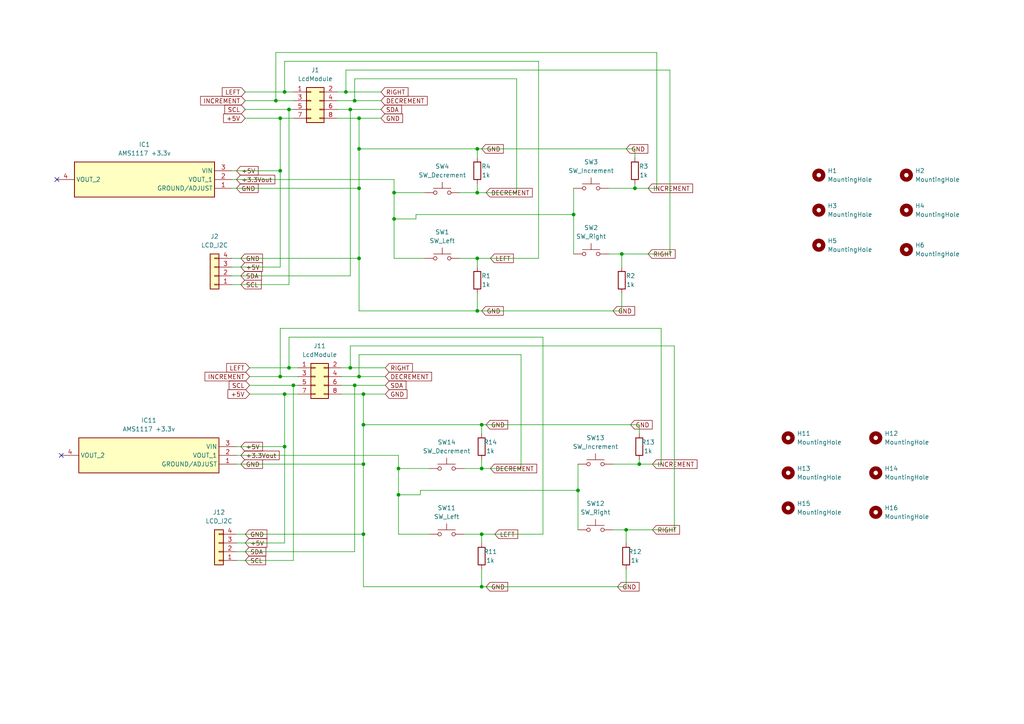
<source format=kicad_sch>
(kicad_sch (version 20231120) (generator "eeschema") (generator_version "8.0")
  (paper "A4")
  (lib_symbols
    (symbol "AMS1117-3_3v:ams1117-3.3v"
      (property "Reference" "IC" (at 46.99 7.62 0))
      (property "Value" "ams1117-3.3v" (at 46.99 5.08 0))
      (symbol "ams1117-3.3v_1_1"
        (rectangle (start 5.08 2.54) (end 45.72 -7.62) (stroke (width 0.254)) (fill (type background)))
        (pin passive line (at 0 0 0) (length 5.08) (name "GROUND/ADJUST") (number "1"))
        (pin passive line (at 0 -2.54 0) (length 5.08) (name "VOUT_1") (number "2"))
        (pin passive line (at 0 -5.08 0) (length 5.08) (name "VIN") (number "3"))
        (pin passive line (at 50.8 -2.54 180) (length 5.08) (name "VOUT_2") (number "4"))
      )
    )
    (symbol "Connector_Generic:Conn_01x04" (pin_names (offset 1.016) hide)
      (property "Reference" "J" (at 0 5.08 0))
      (property "Value" "Conn_01x04" (at 0 -7.62 0))
      (symbol "Conn_01x04_1_1"
        (rectangle (start -1.27 -4.953) (end 0 -5.207) (stroke (width 0.1524)))
        (rectangle (start -1.27 -2.413) (end 0 -2.667) (stroke (width 0.1524)))
        (rectangle (start -1.27 0.127) (end 0 -0.127) (stroke (width 0.1524)))
        (rectangle (start -1.27 2.667) (end 0 2.413) (stroke (width 0.1524)))
        (rectangle (start -1.27 3.81) (end 1.27 -6.35) (stroke (width 0.254)) (fill (type background)))
        (pin passive line (at -5.08 2.54 0) (length 3.81) (name "Pin_1") (number "1"))
        (pin passive line (at -5.08 0 0) (length 3.81) (name "Pin_2") (number "2"))
        (pin passive line (at -5.08 -2.54 0) (length 3.81) (name "Pin_3") (number "3"))
        (pin passive line (at -5.08 -5.08 0) (length 3.81) (name "Pin_4") (number "4"))
      )
    )
    (symbol "Connector_Generic:Conn_02x04_Odd_Even" (pin_names (offset 1.016) hide)
      (property "Reference" "J" (at 1.27 5.08 0))
      (property "Value" "Conn_02x04_Odd_Even" (at 1.27 -7.62 0))
      (symbol "Conn_02x04_Odd_Even_1_1"
        (rectangle (start -1.27 -4.953) (end 0 -5.207) (stroke (width 0.1524)))
        (rectangle (start -1.27 -2.413) (end 0 -2.667) (stroke (width 0.1524)))
        (rectangle (start -1.27 0.127) (end 0 -0.127) (stroke (width 0.1524)))
        (rectangle (start -1.27 2.667) (end 0 2.413) (stroke (width 0.1524)))
        (rectangle (start -1.27 3.81) (end 3.81 -6.35) (stroke (width 0.254)) (fill (type background)))
        (rectangle (start 3.81 -4.953) (end 2.54 -5.207) (stroke (width 0.1524)))
        (rectangle (start 3.81 -2.413) (end 2.54 -2.667) (stroke (width 0.1524)))
        (rectangle (start 3.81 0.127) (end 2.54 -0.127) (stroke (width 0.1524)))
        (rectangle (start 3.81 2.667) (end 2.54 2.413) (stroke (width 0.1524)))
        (pin passive line (at -5.08 2.54 0) (length 3.81) (name "Pin_1") (number "1"))
        (pin passive line (at 7.62 2.54 180) (length 3.81) (name "Pin_2") (number "2"))
        (pin passive line (at -5.08 0 0) (length 3.81) (name "Pin_3") (number "3"))
        (pin passive line (at 7.62 0 180) (length 3.81) (name "Pin_4") (number "4"))
        (pin passive line (at -5.08 -2.54 0) (length 3.81) (name "Pin_5") (number "5"))
        (pin passive line (at 7.62 -2.54 180) (length 3.81) (name "Pin_6") (number "6"))
        (pin passive line (at -5.08 -5.08 0) (length 3.81) (name "Pin_7") (number "7"))
        (pin passive line (at 7.62 -5.08 180) (length 3.81) (name "Pin_8") (number "8"))
      )
    )
    (symbol "Device:R" (pin_numbers hide) (pin_names (offset 0))
      (property "Reference" "R" (at 2.032 0 90))
      (property "Value" "R" (at 0 0 90))
      (symbol "R_0_1"
        (rectangle (start -1.016 -2.54) (end 1.016 2.54) (stroke (width 0.254)))
      )
      (symbol "R_1_1"
        (pin passive line (at 0 3.81 270) (length 1.27) (name "~") (number "1"))
        (pin passive line (at 0 -3.81 90) (length 1.27) (name "~") (number "2"))
      )
    )
    (symbol "Mechanical:MountingHole" (pin_names (offset 1.016)) (exclude_from_sim yes) (in_bom no)
      (property "Reference" "H" (at 0 5.08 0))
      (property "Value" "MountingHole" (at 0 3.175 0))
      (symbol "MountingHole_0_1"
        (circle (center 0 0) (radius 1.27) (stroke (width 1.27)))
      )
    )
    (symbol "Switch:SW_Push" (pin_numbers hide) (pin_names (offset 1.016) hide)
      (property "Reference" "SW" (at 1.27 2.54 0))
      (property "Value" "SW_Push" (at 0 -1.524 0))
      (symbol "SW_Push_0_1"
        (circle (center -2.032 0) (radius 0.508))
        (polyline (pts (xy 0 1.27) (xy 0 3.048)))
        (polyline (pts (xy 2.54 1.27) (xy -2.54 1.27)))
        (circle (center 2.032 0) (radius 0.508))
        (pin passive line (at -5.08 0 0) (length 2.54) (name "1") (number "1"))
        (pin passive line (at 5.08 0 180) (length 2.54) (name "2") (number "2"))
      )
    )
  )
  (junction (at 181.61 153.67))
  (junction (at 100.33 26.67))
  (junction (at 81.28 109.22))
  (junction (at 139.7 123.19))
  (junction (at 166.37 62.23))
  (junction (at 81.28 49.53))
  (junction (at 81.28 34.29))
  (junction (at 104.14 34.29))
  (junction (at 102.87 111.76))
  (junction (at 82.55 26.67))
  (junction (at 104.14 43.18))
  (junction (at 105.41 114.3))
  (junction (at 105.41 134.62))
  (junction (at 101.6 31.75))
  (junction (at 138.43 43.18))
  (junction (at 105.41 154.94))
  (junction (at 82.55 114.3))
  (junction (at 139.7 154.94))
  (junction (at 80.01 29.21))
  (junction (at 138.43 90.17))
  (junction (at 104.14 109.22))
  (junction (at 138.43 55.88))
  (junction (at 104.14 54.61))
  (junction (at 184.15 54.61))
  (junction (at 83.82 106.68))
  (junction (at 167.64 142.24))
  (junction (at 139.7 170.18))
  (junction (at 83.82 31.75))
  (junction (at 185.42 134.62))
  (junction (at 114.3 55.88))
  (junction (at 105.41 123.19))
  (junction (at 104.14 74.93))
  (junction (at 115.57 143.51))
  (junction (at 101.6 106.68))
  (junction (at 85.09 111.76))
  (junction (at 82.55 129.54))
  (junction (at 114.3 63.5))
  (junction (at 180.34 73.66))
  (junction (at 139.7 135.89))
  (junction (at 115.57 135.89))
  (junction (at 138.43 74.93))
  (junction (at 102.87 29.21))
  (no_connect (at 16.51 52.07))
  (no_connect (at 17.78 132.08))
  (wire (pts (xy 190.5 15.24) (xy 190.5 54.61)))
  (wire (pts (xy 114.3 63.5) (xy 114.3 55.88)))
  (wire (pts (xy 105.41 134.62) (xy 105.41 154.94)))
  (wire (pts (xy 120.65 63.5) (xy 114.3 63.5)))
  (wire (pts (xy 114.3 55.88) (xy 123.19 55.88)))
  (wire (pts (xy 101.6 100.33) (xy 101.6 106.68)))
  (wire (pts (xy 102.87 111.76) (xy 102.87 160.02)))
  (wire (pts (xy 68.58 129.54) (xy 82.55 129.54)))
  (wire (pts (xy 68.58 154.94) (xy 105.41 154.94)))
  (wire (pts (xy 191.77 95.25) (xy 81.28 95.25)))
  (wire (pts (xy 97.79 34.29) (xy 104.14 34.29)))
  (wire (pts (xy 83.82 97.79) (xy 83.82 106.68)))
  (wire (pts (xy 104.14 109.22) (xy 111.76 109.22)))
  (wire (pts (xy 101.6 31.75) (xy 110.49 31.75)))
  (wire (pts (xy 81.28 109.22) (xy 86.36 109.22)))
  (wire (pts (xy 81.28 49.53) (xy 81.28 77.47)))
  (wire (pts (xy 67.31 49.53) (xy 81.28 49.53)))
  (wire (pts (xy 104.14 102.87) (xy 104.14 109.22)))
  (wire (pts (xy 99.06 111.76) (xy 102.87 111.76)))
  (wire (pts (xy 105.41 123.19) (xy 105.41 134.62)))
  (wire (pts (xy 67.31 77.47) (xy 81.28 77.47)))
  (wire (pts (xy 81.28 34.29) (xy 81.28 49.53)))
  (wire (pts (xy 82.55 129.54) (xy 82.55 157.48)))
  (wire (pts (xy 138.43 90.17) (xy 180.34 90.17)))
  (wire (pts (xy 139.7 165.1) (xy 139.7 170.18)))
  (wire (pts (xy 177.8 134.62) (xy 185.42 134.62)))
  (wire (pts (xy 124.46 154.94) (xy 115.57 154.94)))
  (wire (pts (xy 138.43 43.18) (xy 184.15 43.18)))
  (wire (pts (xy 151.13 135.89) (xy 139.7 135.89)))
  (wire (pts (xy 149.86 55.88) (xy 138.43 55.88)))
  (wire (pts (xy 68.58 160.02) (xy 102.87 160.02)))
  (wire (pts (xy 121.92 142.24) (xy 121.92 143.51)))
  (wire (pts (xy 195.58 100.33) (xy 101.6 100.33)))
  (wire (pts (xy 105.41 114.3) (xy 111.76 114.3)))
  (wire (pts (xy 123.19 74.93) (xy 114.3 74.93)))
  (wire (pts (xy 166.37 54.61) (xy 166.37 62.23)))
  (wire (pts (xy 82.55 114.3) (xy 82.55 129.54)))
  (wire (pts (xy 185.42 123.19) (xy 185.42 125.73)))
  (wire (pts (xy 138.43 43.18) (xy 138.43 45.72)))
  (wire (pts (xy 181.61 157.48) (xy 181.61 153.67)))
  (wire (pts (xy 104.14 74.93) (xy 104.14 90.17)))
  (wire (pts (xy 133.35 74.93) (xy 138.43 74.93)))
  (wire (pts (xy 102.87 29.21) (xy 110.49 29.21)))
  (wire (pts (xy 180.34 73.66) (xy 194.31 73.66)))
  (wire (pts (xy 105.41 170.18) (xy 139.7 170.18)))
  (wire (pts (xy 68.58 132.08) (xy 115.57 132.08)))
  (wire (pts (xy 80.01 29.21) (xy 85.09 29.21)))
  (wire (pts (xy 97.79 29.21) (xy 102.87 29.21)))
  (wire (pts (xy 181.61 165.1) (xy 181.61 170.18)))
  (wire (pts (xy 97.79 31.75) (xy 101.6 31.75)))
  (wire (pts (xy 81.28 95.25) (xy 81.28 109.22)))
  (wire (pts (xy 176.53 54.61) (xy 184.15 54.61)))
  (wire (pts (xy 83.82 106.68) (xy 86.36 106.68)))
  (wire (pts (xy 102.87 111.76) (xy 111.76 111.76)))
  (wire (pts (xy 105.41 123.19) (xy 105.41 114.3)))
  (wire (pts (xy 68.58 134.62) (xy 105.41 134.62)))
  (wire (pts (xy 100.33 20.32) (xy 100.33 26.67)))
  (wire (pts (xy 139.7 170.18) (xy 181.61 170.18)))
  (wire (pts (xy 104.14 34.29) (xy 110.49 34.29)))
  (wire (pts (xy 82.55 17.78) (xy 82.55 26.67)))
  (wire (pts (xy 105.41 123.19) (xy 139.7 123.19)))
  (wire (pts (xy 120.65 62.23) (xy 120.65 63.5)))
  (wire (pts (xy 184.15 54.61) (xy 190.5 54.61)))
  (wire (pts (xy 190.5 15.24) (xy 80.01 15.24)))
  (wire (pts (xy 104.14 90.17) (xy 138.43 90.17)))
  (wire (pts (xy 167.64 142.24) (xy 167.64 153.67)))
  (wire (pts (xy 156.21 17.78) (xy 82.55 17.78)))
  (wire (pts (xy 157.48 154.94) (xy 157.48 97.79)))
  (wire (pts (xy 105.41 154.94) (xy 105.41 170.18)))
  (wire (pts (xy 82.55 114.3) (xy 86.36 114.3)))
  (wire (pts (xy 83.82 82.55) (xy 83.82 31.75)))
  (wire (pts (xy 114.3 74.93) (xy 114.3 63.5)))
  (wire (pts (xy 191.77 95.25) (xy 191.77 134.62)))
  (wire (pts (xy 72.39 109.22) (xy 81.28 109.22)))
  (wire (pts (xy 68.58 157.48) (xy 82.55 157.48)))
  (wire (pts (xy 85.09 162.56) (xy 85.09 111.76)))
  (wire (pts (xy 67.31 54.61) (xy 104.14 54.61)))
  (wire (pts (xy 102.87 22.86) (xy 102.87 29.21)))
  (wire (pts (xy 194.31 20.32) (xy 100.33 20.32)))
  (wire (pts (xy 194.31 20.32) (xy 194.31 73.66)))
  (wire (pts (xy 99.06 106.68) (xy 101.6 106.68)))
  (wire (pts (xy 114.3 52.07) (xy 114.3 55.88)))
  (wire (pts (xy 151.13 102.87) (xy 104.14 102.87)))
  (wire (pts (xy 104.14 43.18) (xy 138.43 43.18)))
  (wire (pts (xy 157.48 97.79) (xy 83.82 97.79)))
  (wire (pts (xy 139.7 154.94) (xy 157.48 154.94)))
  (wire (pts (xy 139.7 123.19) (xy 139.7 125.73)))
  (wire (pts (xy 180.34 77.47) (xy 180.34 73.66)))
  (wire (pts (xy 121.92 142.24) (xy 167.64 142.24)))
  (wire (pts (xy 85.09 111.76) (xy 86.36 111.76)))
  (wire (pts (xy 177.8 153.67) (xy 181.61 153.67)))
  (wire (pts (xy 104.14 54.61) (xy 104.14 74.93)))
  (wire (pts (xy 104.14 43.18) (xy 104.14 34.29)))
  (wire (pts (xy 184.15 54.61) (xy 184.15 53.34)))
  (wire (pts (xy 138.43 74.93) (xy 138.43 77.47)))
  (wire (pts (xy 97.79 26.67) (xy 100.33 26.67)))
  (wire (pts (xy 67.31 52.07) (xy 114.3 52.07)))
  (wire (pts (xy 99.06 109.22) (xy 104.14 109.22)))
  (wire (pts (xy 184.15 43.18) (xy 184.15 45.72)))
  (wire (pts (xy 121.92 143.51) (xy 115.57 143.51)))
  (wire (pts (xy 195.58 100.33) (xy 195.58 153.67)))
  (wire (pts (xy 67.31 74.93) (xy 104.14 74.93)))
  (wire (pts (xy 166.37 62.23) (xy 166.37 73.66)))
  (wire (pts (xy 149.86 22.86) (xy 102.87 22.86)))
  (wire (pts (xy 180.34 85.09) (xy 180.34 90.17)))
  (wire (pts (xy 80.01 15.24) (xy 80.01 29.21)))
  (wire (pts (xy 181.61 153.67) (xy 195.58 153.67)))
  (wire (pts (xy 72.39 114.3) (xy 82.55 114.3)))
  (wire (pts (xy 71.12 31.75) (xy 83.82 31.75)))
  (wire (pts (xy 115.57 132.08) (xy 115.57 135.89)))
  (wire (pts (xy 115.57 135.89) (xy 124.46 135.89)))
  (wire (pts (xy 138.43 55.88) (xy 138.43 53.34)))
  (wire (pts (xy 156.21 74.93) (xy 156.21 17.78)))
  (wire (pts (xy 115.57 143.51) (xy 115.57 135.89)))
  (wire (pts (xy 72.39 111.76) (xy 85.09 111.76)))
  (wire (pts (xy 71.12 29.21) (xy 80.01 29.21)))
  (wire (pts (xy 139.7 123.19) (xy 185.42 123.19)))
  (wire (pts (xy 185.42 134.62) (xy 191.77 134.62)))
  (wire (pts (xy 101.6 106.68) (xy 111.76 106.68)))
  (wire (pts (xy 100.33 26.67) (xy 110.49 26.67)))
  (wire (pts (xy 72.39 106.68) (xy 83.82 106.68)))
  (wire (pts (xy 83.82 31.75) (xy 85.09 31.75)))
  (wire (pts (xy 138.43 85.09) (xy 138.43 90.17)))
  (wire (pts (xy 104.14 43.18) (xy 104.14 54.61)))
  (wire (pts (xy 151.13 102.87) (xy 151.13 135.89)))
  (wire (pts (xy 167.64 134.62) (xy 167.64 142.24)))
  (wire (pts (xy 134.62 135.89) (xy 139.7 135.89)))
  (wire (pts (xy 101.6 31.75) (xy 101.6 80.01)))
  (wire (pts (xy 99.06 114.3) (xy 105.41 114.3)))
  (wire (pts (xy 71.12 34.29) (xy 81.28 34.29)))
  (wire (pts (xy 68.58 162.56) (xy 85.09 162.56)))
  (wire (pts (xy 176.53 73.66) (xy 180.34 73.66)))
  (wire (pts (xy 139.7 154.94) (xy 139.7 157.48)))
  (wire (pts (xy 139.7 135.89) (xy 139.7 133.35)))
  (wire (pts (xy 81.28 34.29) (xy 85.09 34.29)))
  (wire (pts (xy 134.62 154.94) (xy 139.7 154.94)))
  (wire (pts (xy 67.31 80.01) (xy 101.6 80.01)))
  (wire (pts (xy 71.12 26.67) (xy 82.55 26.67)))
  (wire (pts (xy 67.31 82.55) (xy 83.82 82.55)))
  (wire (pts (xy 82.55 26.67) (xy 85.09 26.67)))
  (wire (pts (xy 120.65 62.23) (xy 166.37 62.23)))
  (wire (pts (xy 115.57 154.94) (xy 115.57 143.51)))
  (wire (pts (xy 149.86 22.86) (xy 149.86 55.88)))
  (wire (pts (xy 138.43 74.93) (xy 156.21 74.93)))
  (wire (pts (xy 133.35 55.88) (xy 138.43 55.88)))
  (wire (pts (xy 185.42 134.62) (xy 185.42 133.35)))
  (global_label "SCL" (shape input) (at 71.12 162.56 0) (property "Intersheetrefs" "${INTERSHEET_REFS}" (effects (hide yes))))
  (global_label "INCREMENT" (shape input) (at 189.23 134.62 0) (property "Intersheetrefs" "${INTERSHEET_REFS}" (effects (hide yes))))
  (global_label "INCREMENT" (shape input) (at 187.96 54.61 0) (property "Intersheetrefs" "${INTERSHEET_REFS}" (effects (hide yes))))
  (global_label "SDA" (shape input) (at 71.12 160.02 0) (property "Intersheetrefs" "${INTERSHEET_REFS}" (effects (hide yes))))
  (global_label "RIGHT" (shape input) (at 187.96 73.66 0) (property "Intersheetrefs" "${INTERSHEET_REFS}" (effects (hide yes))))
  (global_label "+5V" (shape input) (at 68.58 49.53 0) (property "Intersheetrefs" "${INTERSHEET_REFS}" (effects (hide yes))))
  (global_label "+5V" (shape input) (at 72.39 114.3 180) (property "Intersheetrefs" "${INTERSHEET_REFS}" (effects (hide yes))))
  (global_label "GND" (shape input) (at 140.97 123.19 0) (property "Intersheetrefs" "${INTERSHEET_REFS}" (effects (hide yes))))
  (global_label "GND" (shape input) (at 140.97 170.18 0) (property "Intersheetrefs" "${INTERSHEET_REFS}" (effects (hide yes))))
  (global_label "GND" (shape input) (at 181.61 43.18 0) (property "Intersheetrefs" "${INTERSHEET_REFS}" (effects (hide yes))))
  (global_label "+5V" (shape input) (at 71.12 34.29 180) (property "Intersheetrefs" "${INTERSHEET_REFS}" (effects (hide yes))))
  (global_label "+5V" (shape input) (at 69.85 77.47 0) (property "Intersheetrefs" "${INTERSHEET_REFS}" (effects (hide yes))))
  (global_label "GND" (shape input) (at 139.7 90.17 0) (property "Intersheetrefs" "${INTERSHEET_REFS}" (effects (hide yes))))
  (global_label "+3.3Vout" (shape input) (at 69.85 132.08 0) (property "Intersheetrefs" "${INTERSHEET_REFS}" (effects (hide yes))))
  (global_label "INCREMENT" (shape input) (at 71.12 29.21 180) (property "Intersheetrefs" "${INTERSHEET_REFS}" (effects (hide yes))))
  (global_label "GND" (shape input) (at 69.85 134.62 0) (property "Intersheetrefs" "${INTERSHEET_REFS}" (effects (hide yes))))
  (global_label "RIGHT" (shape input) (at 110.49 26.67 0) (property "Intersheetrefs" "${INTERSHEET_REFS}" (effects (hide yes))))
  (global_label "DECREMENT" (shape input) (at 111.76 109.22 0) (property "Intersheetrefs" "${INTERSHEET_REFS}" (effects (hide yes))))
  (global_label "DECREMENT" (shape input) (at 142.24 135.89 0) (property "Intersheetrefs" "${INTERSHEET_REFS}" (effects (hide yes))))
  (global_label "LEFT" (shape input) (at 72.39 106.68 180) (property "Intersheetrefs" "${INTERSHEET_REFS}" (effects (hide yes))))
  (global_label "GND" (shape input) (at 179.07 170.18 0) (property "Intersheetrefs" "${INTERSHEET_REFS}" (effects (hide yes))))
  (global_label "SCL" (shape input) (at 71.12 31.75 180) (property "Intersheetrefs" "${INTERSHEET_REFS}" (effects (hide yes))))
  (global_label "GND" (shape input) (at 110.49 34.29 0) (property "Intersheetrefs" "${INTERSHEET_REFS}" (effects (hide yes))))
  (global_label "SDA" (shape input) (at 111.76 111.76 0) (property "Intersheetrefs" "${INTERSHEET_REFS}" (effects (hide yes))))
  (global_label "LEFT" (shape input) (at 71.12 26.67 180) (property "Intersheetrefs" "${INTERSHEET_REFS}" (effects (hide yes))))
  (global_label "GND" (shape input) (at 182.88 123.19 0) (property "Intersheetrefs" "${INTERSHEET_REFS}" (effects (hide yes))))
  (global_label "SDA" (shape input) (at 110.49 31.75 0) (property "Intersheetrefs" "${INTERSHEET_REFS}" (effects (hide yes))))
  (global_label "GND" (shape input) (at 69.85 74.93 0) (property "Intersheetrefs" "${INTERSHEET_REFS}" (effects (hide yes))))
  (global_label "+3.3Vout" (shape input) (at 68.58 52.07 0) (property "Intersheetrefs" "${INTERSHEET_REFS}" (effects (hide yes))))
  (global_label "DECREMENT" (shape input) (at 110.49 29.21 0) (property "Intersheetrefs" "${INTERSHEET_REFS}" (effects (hide yes))))
  (global_label "INCREMENT" (shape input) (at 72.39 109.22 180) (property "Intersheetrefs" "${INTERSHEET_REFS}" (effects (hide yes))))
  (global_label "GND" (shape input) (at 139.7 43.18 0) (property "Intersheetrefs" "${INTERSHEET_REFS}" (effects (hide yes))))
  (global_label "LEFT" (shape input) (at 143.51 154.94 0) (property "Intersheetrefs" "${INTERSHEET_REFS}" (effects (hide yes))))
  (global_label "DECREMENT" (shape input) (at 140.97 55.88 0) (property "Intersheetrefs" "${INTERSHEET_REFS}" (effects (hide yes))))
  (global_label "SDA" (shape input) (at 69.85 80.01 0) (property "Intersheetrefs" "${INTERSHEET_REFS}" (effects (hide yes))))
  (global_label "SCL" (shape input) (at 72.39 111.76 180) (property "Intersheetrefs" "${INTERSHEET_REFS}" (effects (hide yes))))
  (global_label "+5V" (shape input) (at 71.12 157.48 0) (property "Intersheetrefs" "${INTERSHEET_REFS}" (effects (hide yes))))
  (global_label "GND" (shape input) (at 111.76 114.3 0) (property "Intersheetrefs" "${INTERSHEET_REFS}" (effects (hide yes))))
  (global_label "GND" (shape input) (at 177.8 90.17 0) (property "Intersheetrefs" "${INTERSHEET_REFS}" (effects (hide yes))))
  (global_label "GND" (shape input) (at 71.12 154.94 0) (property "Intersheetrefs" "${INTERSHEET_REFS}" (effects (hide yes))))
  (global_label "GND" (shape input) (at 68.58 54.61 0) (property "Intersheetrefs" "${INTERSHEET_REFS}" (effects (hide yes))))
  (global_label "LEFT" (shape input) (at 142.24 74.93 0) (property "Intersheetrefs" "${INTERSHEET_REFS}" (effects (hide yes))))
  (global_label "SCL" (shape input) (at 69.85 82.55 0) (property "Intersheetrefs" "${INTERSHEET_REFS}" (effects (hide yes))))
  (global_label "RIGHT" (shape input) (at 111.76 106.68 0) (property "Intersheetrefs" "${INTERSHEET_REFS}" (effects (hide yes))))
  (global_label "RIGHT" (shape input) (at 189.23 153.67 0) (property "Intersheetrefs" "${INTERSHEET_REFS}" (effects (hide yes))))
  (global_label "+5V" (shape input) (at 69.85 129.54 0) (property "Intersheetrefs" "${INTERSHEET_REFS}" (effects (hide yes))))
  (symbol (lib_id "Mechanical:MountingHole") (at 262.89 50.8 0) (unit 1) (exclude_from_sim yes) (in_bom no)
    (property "Reference" "H2" (at 265.43 49.5299 0) (effects (justify left)))
    (property "Value" "MountingHole" (at 265.43 52.0699 0) (effects (justify left)))
    (property "Footprint" "MountingHole:MountingHole_3.2mm_M3" (effects (hide yes)))
    (property "Description" "Mounting Hole without connection" (effects (hide yes)))
  )
  (symbol (lib_id "Switch:SW_Push") (at 171.45 54.61 0) (unit 1)
    (property "Reference" "SW3" (at 171.45 46.99 0))
    (property "Value" "SW_Increment" (at 171.45 49.53 0))
    (property "Footprint" "Button_Switch_THT:SW_PUSH-12mm" (effects (hide yes)))
    (property "Description" "Push button switch, generic, two pins" (effects (hide yes)))
  )
  (symbol (lib_id "Mechanical:MountingHole") (at 228.6 127 0) (unit 1) (exclude_from_sim yes) (in_bom no)
    (property "Reference" "H11" (at 231.14 125.7299 0) (effects (justify left)))
    (property "Value" "MountingHole" (at 231.14 128.2699 0) (effects (justify left)))
    (property "Footprint" "MountingHole:MountingHole_3.2mm_M3" (effects (hide yes)))
    (property "Description" "Mounting Hole without connection" (effects (hide yes)))
  )
  (symbol (lib_id "Connector_Generic:Conn_01x04") (at 63.5 160.02 180) (unit 1)
    (property "Reference" "J12" (at 63.5 148.59 0))
    (property "Value" "LCD_I2C" (at 63.5 151.13 0))
    (property "Footprint" "Connector_PinSocket_2.54mm:PinSocket_1x04_P2.54mm_Horizontal" (effects (hide yes)))
    (property "Description" "Generic connector, single row, 01x04, script generated (kicad-library-utils/schlib/autogen/connector/)" (effects (hide yes)))
  )
  (symbol (lib_id "Switch:SW_Push") (at 128.27 74.93 0) (unit 1)
    (property "Reference" "SW1" (at 128.27 67.31 0))
    (property "Value" "SW_Left" (at 128.27 69.85 0))
    (property "Footprint" "Button_Switch_THT:SW_PUSH-12mm" (effects (hide yes)))
    (property "Description" "Push button switch, generic, two pins" (effects (hide yes)))
  )
  (symbol (lib_id "Mechanical:MountingHole") (at 237.49 50.8 0) (unit 1) (exclude_from_sim yes) (in_bom no)
    (property "Reference" "H1" (at 240.03 49.5299 0) (effects (justify left)))
    (property "Value" "MountingHole" (at 240.03 52.0699 0) (effects (justify left)))
    (property "Footprint" "MountingHole:MountingHole_3.2mm_M3" (effects (hide yes)))
    (property "Description" "Mounting Hole without connection" (effects (hide yes)))
  )
  (symbol (lib_id "Switch:SW_Push") (at 128.27 55.88 0) (unit 1)
    (property "Reference" "SW4" (at 128.27 48.26 0))
    (property "Value" "SW_Decrement" (at 128.27 50.8 0))
    (property "Footprint" "Button_Switch_THT:SW_PUSH-12mm" (effects (hide yes)))
    (property "Description" "Push button switch, generic, two pins" (effects (hide yes)))
  )
  (symbol (lib_id "AMS1117-3_3v:ams1117-3.3v") (at 68.58 134.62 180) (unit 1)
    (property "Reference" "IC11" (at 43.18 121.92 0))
    (property "Value" "AMS1117 +3.3v" (at 43.18 124.46 0))
    (property "Footprint" "AMS1117:SOT229P700X180-4N" (effects (hide yes)))
    (property "Datasheet" "http://www.advanced-monolithic.com/pdf/ds1117.pdf" (effects (hide yes)))
    (property "Description" "1A LOW DROPOUT VOLTAGE REGULATOR, SOT-223" (effects (hide yes)))
    (property "Height" "1.8" (effects (hide yes)))
    (property "Manufacturer_Name" "Advanced Monolithic Systems" (effects (hide yes)))
    (property "Manufacturer_Part_Number" "ams1117-3.3v" (effects (hide yes)))
  )
  (symbol (lib_id "Connector_Generic:Conn_01x04") (at 62.23 80.01 180) (unit 1)
    (property "Reference" "J2" (at 62.23 68.58 0))
    (property "Value" "LCD_I2C" (at 62.23 71.12 0))
    (property "Footprint" "Connector_PinSocket_2.54mm:PinSocket_1x04_P2.54mm_Horizontal" (effects (hide yes)))
    (property "Description" "Generic connector, single row, 01x04, script generated (kicad-library-utils/schlib/autogen/connector/)" (effects (hide yes)))
  )
  (symbol (lib_id "Mechanical:MountingHole") (at 262.89 60.96 0) (unit 1) (exclude_from_sim yes) (in_bom no)
    (property "Reference" "H4" (at 265.43 59.6899 0) (effects (justify left)))
    (property "Value" "MountingHole" (at 265.43 62.2299 0) (effects (justify left)))
    (property "Footprint" "MountingHole:MountingHole_3.2mm_M3" (effects (hide yes)))
    (property "Description" "Mounting Hole without connection" (effects (hide yes)))
  )
  (symbol (lib_id "AMS1117-3_3v:ams1117-3.3v") (at 67.31 54.61 180) (unit 1)
    (property "Reference" "IC1" (at 41.91 41.91 0))
    (property "Value" "AMS1117 +3.3v" (at 41.91 44.45 0))
    (property "Footprint" "AMS1117:SOT229P700X180-4N" (effects (hide yes)))
    (property "Datasheet" "http://www.advanced-monolithic.com/pdf/ds1117.pdf" (effects (hide yes)))
    (property "Description" "1A LOW DROPOUT VOLTAGE REGULATOR, SOT-223" (effects (hide yes)))
    (property "Height" "1.8" (effects (hide yes)))
    (property "Manufacturer_Name" "Advanced Monolithic Systems" (effects (hide yes)))
    (property "Manufacturer_Part_Number" "ams1117-3.3v" (effects (hide yes)))
  )
  (symbol (lib_id "Switch:SW_Push") (at 172.72 134.62 0) (unit 1)
    (property "Reference" "SW13" (at 172.72 127 0))
    (property "Value" "SW_Increment" (at 172.72 129.54 0))
    (property "Footprint" "Button_Switch_THT:SW_PUSH-12mm" (effects (hide yes)))
    (property "Description" "Push button switch, generic, two pins" (effects (hide yes)))
  )
  (symbol (lib_id "Mechanical:MountingHole") (at 237.49 60.96 0) (unit 1) (exclude_from_sim yes) (in_bom no)
    (property "Reference" "H3" (at 240.03 59.6899 0) (effects (justify left)))
    (property "Value" "MountingHole" (at 240.03 62.2299 0) (effects (justify left)))
    (property "Footprint" "MountingHole:MountingHole_3.2mm_M3" (effects (hide yes)))
    (property "Description" "Mounting Hole without connection" (effects (hide yes)))
  )
  (symbol (lib_id "Device:R") (at 181.61 161.29 180) (unit 1)
    (property "Reference" "R12" (at 184.15 160.02 0))
    (property "Value" "1k" (at 184.15 162.56 0))
    (property "Footprint" "Resistor_THT:R_Axial_DIN0411_L9.9mm_D3.6mm_P12.70mm_Horizontal" (effects (hide yes)))
    (property "Description" "Resistor" (effects (hide yes)))
  )
  (symbol (lib_id "Switch:SW_Push") (at 172.72 153.67 0) (unit 1)
    (property "Reference" "SW12" (at 172.72 146.05 0))
    (property "Value" "SW_Right" (at 172.72 148.59 0))
    (property "Footprint" "Button_Switch_THT:SW_PUSH-12mm" (effects (hide yes)))
    (property "Description" "Push button switch, generic, two pins" (effects (hide yes)))
  )
  (symbol (lib_id "Device:R") (at 180.34 81.28 180) (unit 1)
    (property "Reference" "R2" (at 182.88 80.01 0))
    (property "Value" "1k" (at 182.88 82.55 0))
    (property "Footprint" "Resistor_THT:R_Axial_DIN0411_L9.9mm_D3.6mm_P12.70mm_Horizontal" (effects (hide yes)))
    (property "Description" "Resistor" (effects (hide yes)))
  )
  (symbol (lib_id "Device:R") (at 139.7 161.29 180) (unit 1)
    (property "Reference" "R11" (at 142.24 160.02 0))
    (property "Value" "1k" (at 142.24 162.56 0))
    (property "Footprint" "Resistor_THT:R_Axial_DIN0411_L9.9mm_D3.6mm_P12.70mm_Horizontal" (effects (hide yes)))
    (property "Description" "Resistor" (effects (hide yes)))
  )
  (symbol (lib_id "Device:R") (at 138.43 49.53 180) (unit 1)
    (property "Reference" "R4" (at 140.97 48.26 0))
    (property "Value" "1k" (at 140.97 50.8 0))
    (property "Footprint" "Resistor_THT:R_Axial_DIN0411_L9.9mm_D3.6mm_P12.70mm_Horizontal" (effects (hide yes)))
    (property "Description" "Resistor" (effects (hide yes)))
  )
  (symbol (lib_id "Switch:SW_Push") (at 171.45 73.66 0) (unit 1)
    (property "Reference" "SW2" (at 171.45 66.04 0))
    (property "Value" "SW_Right" (at 171.45 68.58 0))
    (property "Footprint" "Button_Switch_THT:SW_PUSH-12mm" (effects (hide yes)))
    (property "Description" "Push button switch, generic, two pins" (effects (hide yes)))
  )
  (symbol (lib_id "Mechanical:MountingHole") (at 237.49 71.12 0) (unit 1) (exclude_from_sim yes) (in_bom no)
    (property "Reference" "H5" (at 240.03 69.8499 0) (effects (justify left)))
    (property "Value" "MountingHole" (at 240.03 72.3899 0) (effects (justify left)))
    (property "Footprint" "MountingHole:MountingHole_3.2mm_M3" (effects (hide yes)))
    (property "Description" "Mounting Hole without connection" (effects (hide yes)))
  )
  (symbol (lib_id "Device:R") (at 138.43 81.28 180) (unit 1)
    (property "Reference" "R1" (at 140.97 80.01 0))
    (property "Value" "1k" (at 140.97 82.55 0))
    (property "Footprint" "Resistor_THT:R_Axial_DIN0411_L9.9mm_D3.6mm_P12.70mm_Horizontal" (effects (hide yes)))
    (property "Description" "Resistor" (effects (hide yes)))
  )
  (symbol (lib_id "Mechanical:MountingHole") (at 228.6 137.16 0) (unit 1) (exclude_from_sim yes) (in_bom no)
    (property "Reference" "H13" (at 231.14 135.8899 0) (effects (justify left)))
    (property "Value" "MountingHole" (at 231.14 138.4299 0) (effects (justify left)))
    (property "Footprint" "MountingHole:MountingHole_3.2mm_M3" (effects (hide yes)))
    (property "Description" "Mounting Hole without connection" (effects (hide yes)))
  )
  (symbol (lib_id "Device:R") (at 185.42 129.54 180) (unit 1)
    (property "Reference" "R13" (at 187.96 128.27 0))
    (property "Value" "1k" (at 187.96 130.81 0))
    (property "Footprint" "Resistor_THT:R_Axial_DIN0411_L9.9mm_D3.6mm_P12.70mm_Horizontal" (effects (hide yes)))
    (property "Description" "Resistor" (effects (hide yes)))
  )
  (symbol (lib_id "Switch:SW_Push") (at 129.54 135.89 0) (unit 1)
    (property "Reference" "SW14" (at 129.54 128.27 0))
    (property "Value" "SW_Decrement" (at 129.54 130.81 0))
    (property "Footprint" "Button_Switch_THT:SW_PUSH-12mm" (effects (hide yes)))
    (property "Description" "Push button switch, generic, two pins" (effects (hide yes)))
  )
  (symbol (lib_id "Device:R") (at 184.15 49.53 180) (unit 1)
    (property "Reference" "R3" (at 186.69 48.26 0))
    (property "Value" "1k" (at 186.69 50.8 0))
    (property "Footprint" "Resistor_THT:R_Axial_DIN0411_L9.9mm_D3.6mm_P12.70mm_Horizontal" (effects (hide yes)))
    (property "Description" "Resistor" (effects (hide yes)))
  )
  (symbol (lib_id "Mechanical:MountingHole") (at 254 137.16 0) (unit 1) (exclude_from_sim yes) (in_bom no)
    (property "Reference" "H14" (at 256.54 135.8899 0) (effects (justify left)))
    (property "Value" "MountingHole" (at 256.54 138.4299 0) (effects (justify left)))
    (property "Footprint" "MountingHole:MountingHole_3.2mm_M3" (effects (hide yes)))
    (property "Description" "Mounting Hole without connection" (effects (hide yes)))
  )
  (symbol (lib_id "Mechanical:MountingHole") (at 228.6 147.32 0) (unit 1) (exclude_from_sim yes) (in_bom no)
    (property "Reference" "H15" (at 231.14 146.0499 0) (effects (justify left)))
    (property "Value" "MountingHole" (at 231.14 148.5899 0) (effects (justify left)))
    (property "Footprint" "MountingHole:MountingHole_3.2mm_M3" (effects (hide yes)))
    (property "Description" "Mounting Hole without connection" (effects (hide yes)))
  )
  (symbol (lib_id "Mechanical:MountingHole") (at 262.89 72.39 0) (unit 1) (exclude_from_sim yes) (in_bom no)
    (property "Reference" "H6" (at 265.43 71.1199 0) (effects (justify left)))
    (property "Value" "MountingHole" (at 265.43 73.6599 0) (effects (justify left)))
    (property "Footprint" "MountingHole:MountingHole_3.2mm_M3" (effects (hide yes)))
    (property "Description" "Mounting Hole without connection" (effects (hide yes)))
  )
  (symbol (lib_id "Switch:SW_Push") (at 129.54 154.94 0) (unit 1)
    (property "Reference" "SW11" (at 129.54 147.32 0))
    (property "Value" "SW_Left" (at 129.54 149.86 0))
    (property "Footprint" "Button_Switch_THT:SW_PUSH-12mm" (effects (hide yes)))
    (property "Description" "Push button switch, generic, two pins" (effects (hide yes)))
  )
  (symbol (lib_id "Connector_Generic:Conn_02x04_Odd_Even") (at 90.17 29.21 0) (unit 1)
    (property "Reference" "J1" (at 91.44 20.32 0))
    (property "Value" "LcdModule" (at 91.44 22.86 0))
    (property "Footprint" "Connector_IDC:IDC-Header_2x04_P2.54mm_Vertical" (effects (hide yes)))
    (property "Description" "Generic connector, double row, 02x04, odd/even pin numbering scheme (row 1 odd numbers, row 2 even numbers), script generated (kicad-library-utils/schlib/autogen/connector/)" (effects (hide yes)))
  )
  (symbol (lib_id "Connector_Generic:Conn_02x04_Odd_Even") (at 91.44 109.22 0) (unit 1)
    (property "Reference" "J11" (at 92.71 100.33 0))
    (property "Value" "LcdModule" (at 92.71 102.87 0))
    (property "Footprint" "Connector_IDC:IDC-Header_2x04_P2.54mm_Vertical" (effects (hide yes)))
    (property "Description" "Generic connector, double row, 02x04, odd/even pin numbering scheme (row 1 odd numbers, row 2 even numbers), script generated (kicad-library-utils/schlib/autogen/connector/)" (effects (hide yes)))
  )
  (symbol (lib_id "Mechanical:MountingHole") (at 254 127 0) (unit 1) (exclude_from_sim yes) (in_bom no)
    (property "Reference" "H12" (at 256.54 125.7299 0) (effects (justify left)))
    (property "Value" "MountingHole" (at 256.54 128.2699 0) (effects (justify left)))
    (property "Footprint" "MountingHole:MountingHole_3.2mm_M3" (effects (hide yes)))
    (property "Description" "Mounting Hole without connection" (effects (hide yes)))
  )
  (symbol (lib_id "Device:R") (at 139.7 129.54 180) (unit 1)
    (property "Reference" "R14" (at 142.24 128.27 0))
    (property "Value" "1k" (at 142.24 130.81 0))
    (property "Footprint" "Resistor_THT:R_Axial_DIN0411_L9.9mm_D3.6mm_P12.70mm_Horizontal" (effects (hide yes)))
    (property "Description" "Resistor" (effects (hide yes)))
  )
  (symbol (lib_id "Mechanical:MountingHole") (at 254 148.59 0) (unit 1) (exclude_from_sim yes) (in_bom no)
    (property "Reference" "H16" (at 256.54 147.3199 0) (effects (justify left)))
    (property "Value" "MountingHole" (at 256.54 149.8599 0) (effects (justify left)))
    (property "Footprint" "MountingHole:MountingHole_3.2mm_M3" (effects (hide yes)))
    (property "Description" "Mounting Hole without connection" (effects (hide yes)))
  )
)
</source>
